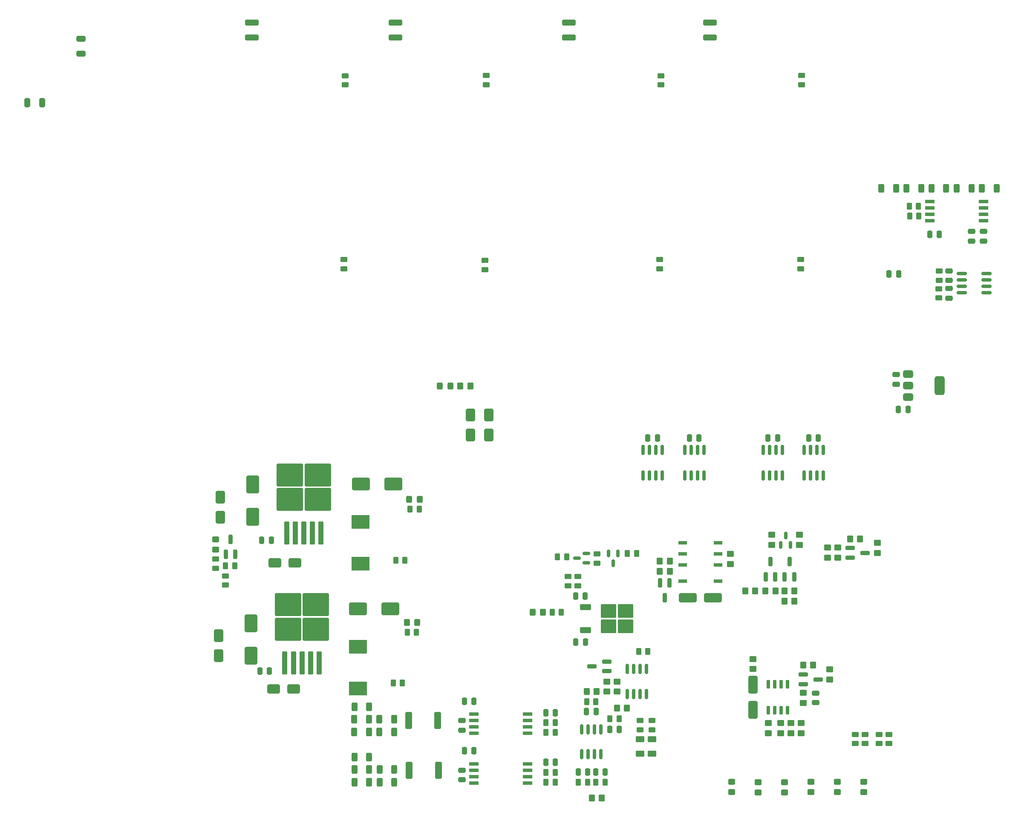
<source format=gtp>
%TF.GenerationSoftware,KiCad,Pcbnew,9.0.2*%
%TF.CreationDate,2026-01-04T16:23:37+07:00*%
%TF.ProjectId,Controller48V,436f6e74-726f-46c6-9c65-723438562e6b,rev?*%
%TF.SameCoordinates,Original*%
%TF.FileFunction,Paste,Top*%
%TF.FilePolarity,Positive*%
%FSLAX46Y46*%
G04 Gerber Fmt 4.6, Leading zero omitted, Abs format (unit mm)*
G04 Created by KiCad (PCBNEW 9.0.2) date 2026-01-04 16:23:37*
%MOMM*%
%LPD*%
G01*
G04 APERTURE LIST*
G04 Aperture macros list*
%AMRoundRect*
0 Rectangle with rounded corners*
0 $1 Rounding radius*
0 $2 $3 $4 $5 $6 $7 $8 $9 X,Y pos of 4 corners*
0 Add a 4 corners polygon primitive as box body*
4,1,4,$2,$3,$4,$5,$6,$7,$8,$9,$2,$3,0*
0 Add four circle primitives for the rounded corners*
1,1,$1+$1,$2,$3*
1,1,$1+$1,$4,$5*
1,1,$1+$1,$6,$7*
1,1,$1+$1,$8,$9*
0 Add four rect primitives between the rounded corners*
20,1,$1+$1,$2,$3,$4,$5,0*
20,1,$1+$1,$4,$5,$6,$7,0*
20,1,$1+$1,$6,$7,$8,$9,0*
20,1,$1+$1,$8,$9,$2,$3,0*%
G04 Aperture macros list end*
%ADD10RoundRect,0.250000X0.350000X0.450000X-0.350000X0.450000X-0.350000X-0.450000X0.350000X-0.450000X0*%
%ADD11RoundRect,0.250000X-0.450000X0.350000X-0.450000X-0.350000X0.450000X-0.350000X0.450000X0.350000X0*%
%ADD12RoundRect,0.250000X-0.312500X-0.625000X0.312500X-0.625000X0.312500X0.625000X-0.312500X0.625000X0*%
%ADD13RoundRect,0.250000X1.000000X0.650000X-1.000000X0.650000X-1.000000X-0.650000X1.000000X-0.650000X0*%
%ADD14R,1.905000X0.640000*%
%ADD15RoundRect,0.250000X-0.325000X-0.450000X0.325000X-0.450000X0.325000X0.450000X-0.325000X0.450000X0*%
%ADD16RoundRect,0.250000X0.450000X-0.262500X0.450000X0.262500X-0.450000X0.262500X-0.450000X-0.262500X0*%
%ADD17RoundRect,0.250000X-0.262500X-0.450000X0.262500X-0.450000X0.262500X0.450000X-0.262500X0.450000X0*%
%ADD18RoundRect,0.150000X0.150000X-0.825000X0.150000X0.825000X-0.150000X0.825000X-0.150000X-0.825000X0*%
%ADD19RoundRect,0.250000X0.450000X-0.350000X0.450000X0.350000X-0.450000X0.350000X-0.450000X-0.350000X0*%
%ADD20R,3.600000X2.700000*%
%ADD21RoundRect,0.250000X0.475000X-0.250000X0.475000X0.250000X-0.475000X0.250000X-0.475000X-0.250000X0*%
%ADD22RoundRect,0.250000X-1.275000X-1.125000X1.275000X-1.125000X1.275000X1.125000X-1.275000X1.125000X0*%
%ADD23RoundRect,0.250000X-0.850000X-0.350000X0.850000X-0.350000X0.850000X0.350000X-0.850000X0.350000X0*%
%ADD24RoundRect,0.250000X-1.500000X-1.000000X1.500000X-1.000000X1.500000X1.000000X-1.500000X1.000000X0*%
%ADD25RoundRect,0.250000X-0.450000X0.262500X-0.450000X-0.262500X0.450000X-0.262500X0.450000X0.262500X0*%
%ADD26RoundRect,0.250000X1.500000X0.650000X-1.500000X0.650000X-1.500000X-0.650000X1.500000X-0.650000X0*%
%ADD27RoundRect,0.250000X0.250000X0.475000X-0.250000X0.475000X-0.250000X-0.475000X0.250000X-0.475000X0*%
%ADD28RoundRect,0.200000X-0.750000X-0.200000X0.750000X-0.200000X0.750000X0.200000X-0.750000X0.200000X0*%
%ADD29RoundRect,0.250000X-0.250000X-0.475000X0.250000X-0.475000X0.250000X0.475000X-0.250000X0.475000X0*%
%ADD30R,1.800000X0.800000*%
%ADD31RoundRect,0.250000X0.262500X0.450000X-0.262500X0.450000X-0.262500X-0.450000X0.262500X-0.450000X0*%
%ADD32RoundRect,0.250000X0.450000X-0.325000X0.450000X0.325000X-0.450000X0.325000X-0.450000X-0.325000X0*%
%ADD33RoundRect,0.250000X-0.650000X1.000000X-0.650000X-1.000000X0.650000X-1.000000X0.650000X1.000000X0*%
%ADD34RoundRect,0.250000X-0.650000X0.325000X-0.650000X-0.325000X0.650000X-0.325000X0.650000X0.325000X0*%
%ADD35RoundRect,0.150000X0.587500X0.150000X-0.587500X0.150000X-0.587500X-0.150000X0.587500X-0.150000X0*%
%ADD36RoundRect,0.250000X0.425000X1.425000X-0.425000X1.425000X-0.425000X-1.425000X0.425000X-1.425000X0*%
%ADD37RoundRect,0.250000X-0.475000X0.250000X-0.475000X-0.250000X0.475000X-0.250000X0.475000X0.250000X0*%
%ADD38RoundRect,0.250000X-0.350000X-0.450000X0.350000X-0.450000X0.350000X0.450000X-0.350000X0.450000X0*%
%ADD39RoundRect,0.250000X0.650000X-1.500000X0.650000X1.500000X-0.650000X1.500000X-0.650000X-1.500000X0*%
%ADD40RoundRect,0.250000X2.375000X-2.025000X2.375000X2.025000X-2.375000X2.025000X-2.375000X-2.025000X0*%
%ADD41RoundRect,0.250000X0.300000X-2.050000X0.300000X2.050000X-0.300000X2.050000X-0.300000X-2.050000X0*%
%ADD42RoundRect,0.375000X-0.625000X-0.375000X0.625000X-0.375000X0.625000X0.375000X-0.625000X0.375000X0*%
%ADD43RoundRect,0.500000X-0.500000X-1.400000X0.500000X-1.400000X0.500000X1.400000X-0.500000X1.400000X0*%
%ADD44RoundRect,0.250000X-0.625000X0.375000X-0.625000X-0.375000X0.625000X-0.375000X0.625000X0.375000X0*%
%ADD45RoundRect,0.162500X0.162500X-0.825000X0.162500X0.825000X-0.162500X0.825000X-0.162500X-0.825000X0*%
%ADD46RoundRect,0.200000X0.200000X-0.750000X0.200000X0.750000X-0.200000X0.750000X-0.200000X-0.750000X0*%
%ADD47RoundRect,0.200000X0.750000X0.200000X-0.750000X0.200000X-0.750000X-0.200000X0.750000X-0.200000X0*%
%ADD48RoundRect,0.250000X1.100000X-0.325000X1.100000X0.325000X-1.100000X0.325000X-1.100000X-0.325000X0*%
%ADD49RoundRect,0.250000X0.312500X0.625000X-0.312500X0.625000X-0.312500X-0.625000X0.312500X-0.625000X0*%
%ADD50RoundRect,0.250000X-0.450000X0.325000X-0.450000X-0.325000X0.450000X-0.325000X0.450000X0.325000X0*%
%ADD51RoundRect,0.250000X0.650000X-1.000000X0.650000X1.000000X-0.650000X1.000000X-0.650000X-1.000000X0*%
%ADD52RoundRect,0.250000X1.000000X-1.500000X1.000000X1.500000X-1.000000X1.500000X-1.000000X-1.500000X0*%
%ADD53RoundRect,0.250000X-0.325000X-0.650000X0.325000X-0.650000X0.325000X0.650000X-0.325000X0.650000X0*%
%ADD54RoundRect,0.150000X0.150000X-0.725000X0.150000X0.725000X-0.150000X0.725000X-0.150000X-0.725000X0*%
%ADD55RoundRect,0.150000X0.150000X-0.587500X0.150000X0.587500X-0.150000X0.587500X-0.150000X-0.587500X0*%
%ADD56RoundRect,0.150000X-0.150000X0.587500X-0.150000X-0.587500X0.150000X-0.587500X0.150000X0.587500X0*%
%ADD57RoundRect,0.200000X-0.200000X0.750000X-0.200000X-0.750000X0.200000X-0.750000X0.200000X0.750000X0*%
%ADD58RoundRect,0.150000X-0.825000X-0.150000X0.825000X-0.150000X0.825000X0.150000X-0.825000X0.150000X0*%
G04 APERTURE END LIST*
D10*
%TO.C,R61*%
X215365929Y-139246915D03*
X213365929Y-139246915D03*
%TD*%
D11*
%TO.C,R66*%
X267073857Y-172631192D03*
X267073857Y-174631192D03*
%TD*%
D12*
%TO.C,R42*%
X197325000Y-208000000D03*
X200250000Y-208000000D03*
%TD*%
D13*
%TO.C,D14*%
X180273857Y-199479922D03*
X176273857Y-199479922D03*
%TD*%
D14*
%TO.C,U18*%
X216070744Y-204482927D03*
X216070744Y-205752927D03*
X216070744Y-207022927D03*
X216070744Y-208292927D03*
X226765744Y-208292927D03*
X226765744Y-207022927D03*
X226765744Y-205752927D03*
X226765744Y-204482927D03*
%TD*%
D15*
%TO.C,D16*%
X202773857Y-186229922D03*
X204823857Y-186229922D03*
%TD*%
D12*
%TO.C,R38*%
X192362500Y-218000000D03*
X195287500Y-218000000D03*
%TD*%
D16*
%TO.C,R18*%
X190283533Y-115947723D03*
X190283533Y-114122723D03*
%TD*%
D17*
%TO.C,R102*%
X236843722Y-217983279D03*
X238668722Y-217983279D03*
%TD*%
D18*
%TO.C,U9*%
X246595000Y-200475000D03*
X247865000Y-200475000D03*
X249135000Y-200475000D03*
X250405000Y-200475000D03*
X250405000Y-195525000D03*
X249135000Y-195525000D03*
X247865000Y-195525000D03*
X246595000Y-195525000D03*
%TD*%
D19*
%TO.C,R62*%
X281073857Y-208278669D03*
X281073857Y-206278669D03*
%TD*%
D16*
%TO.C,R10*%
X281033533Y-115947723D03*
X281033533Y-114122723D03*
%TD*%
D12*
%TO.C,R43*%
X197325000Y-205500000D03*
X200250000Y-205500000D03*
%TD*%
D20*
%TO.C,L1*%
X193550000Y-174575000D03*
X193550000Y-166275000D03*
%TD*%
D12*
%TO.C,R33*%
X192362500Y-203000000D03*
X195287500Y-203000000D03*
%TD*%
D19*
%TO.C,R55*%
X286806883Y-197583469D03*
X286806883Y-195583469D03*
%TD*%
D21*
%TO.C,C59*%
X310475000Y-121815000D03*
X310475000Y-119915000D03*
%TD*%
D22*
%TO.C,U13*%
X242875000Y-184005000D03*
X242875000Y-187055000D03*
X246225000Y-184005000D03*
X246225000Y-187055000D03*
D23*
X238250000Y-183250000D03*
X238250000Y-187810000D03*
%TD*%
D14*
%TO.C,U21*%
X317347500Y-106405000D03*
X317347500Y-105135000D03*
X317347500Y-103865000D03*
X317347500Y-102595000D03*
X306652500Y-102595000D03*
X306652500Y-103865000D03*
X306652500Y-105135000D03*
X306652500Y-106405000D03*
%TD*%
D11*
%TO.C,R60*%
X296250000Y-170425000D03*
X296250000Y-172425000D03*
%TD*%
D24*
%TO.C,C28*%
X193023857Y-183579922D03*
X199523857Y-183579922D03*
%TD*%
D25*
%TO.C,R49*%
X251500000Y-205750820D03*
X251500000Y-207575820D03*
%TD*%
D26*
%TO.C,D30*%
X263573857Y-181350000D03*
X258573857Y-181350000D03*
%TD*%
D27*
%TO.C,C67*%
X216086187Y-211766366D03*
X214186187Y-211766366D03*
%TD*%
D16*
%TO.C,R24*%
X218283533Y-116147723D03*
X218283533Y-114322723D03*
%TD*%
D28*
%TO.C,Q10*%
X281500000Y-196628669D03*
X281500000Y-198528669D03*
X284500000Y-197578669D03*
%TD*%
D29*
%TO.C,C69*%
X236801962Y-215983278D03*
X238701962Y-215983278D03*
%TD*%
D30*
%TO.C,K3*%
X264573857Y-178050000D03*
X264573857Y-174850000D03*
X264573857Y-172650000D03*
X264573857Y-170450000D03*
X257573857Y-170450000D03*
X257573857Y-172650000D03*
X257573857Y-174850000D03*
X257573857Y-178050000D03*
%TD*%
D31*
%TO.C,R30*%
X250662500Y-192000000D03*
X248837500Y-192000000D03*
%TD*%
D32*
%TO.C,D18*%
X267323857Y-219975000D03*
X267323857Y-217925000D03*
%TD*%
D33*
%TO.C,D24*%
X219000000Y-145000000D03*
X219000000Y-149000000D03*
%TD*%
D34*
%TO.C,C25*%
X138014344Y-70309828D03*
X138014344Y-73259828D03*
%TD*%
D35*
%TO.C,Q17*%
X238437500Y-174450000D03*
X238437500Y-172550000D03*
X236562500Y-173500000D03*
%TD*%
D36*
%TO.C,F11*%
X209050000Y-215637068D03*
X203250000Y-215637068D03*
%TD*%
D37*
%TO.C,C55*%
X315000000Y-108550000D03*
X315000000Y-110450000D03*
%TD*%
D19*
%TO.C,R53*%
X271573857Y-195528669D03*
X271573857Y-193528669D03*
%TD*%
D31*
%TO.C,R36*%
X168575000Y-175000000D03*
X166750000Y-175000000D03*
%TD*%
D29*
%TO.C,C35*%
X236356002Y-190121656D03*
X238256002Y-190121656D03*
%TD*%
D38*
%TO.C,R64*%
X253000000Y-174034861D03*
X255000000Y-174034861D03*
%TD*%
D29*
%TO.C,C14*%
X274540000Y-149597780D03*
X276440000Y-149597780D03*
%TD*%
D25*
%TO.C,R79*%
X293823857Y-208500000D03*
X293823857Y-210325000D03*
%TD*%
D37*
%TO.C,C56*%
X317344152Y-108558393D03*
X317344152Y-110458393D03*
%TD*%
D16*
%TO.C,R52*%
X234750000Y-178961889D03*
X234750000Y-177136889D03*
%TD*%
D12*
%TO.C,R9*%
X312037500Y-100000000D03*
X314962500Y-100000000D03*
%TD*%
D31*
%TO.C,R99*%
X232241839Y-216053682D03*
X230416839Y-216053682D03*
%TD*%
D39*
%TO.C,D26*%
X271573857Y-203603669D03*
X271573857Y-198603669D03*
%TD*%
D32*
%TO.C,D25*%
X293573857Y-219975000D03*
X293573857Y-217925000D03*
%TD*%
D15*
%TO.C,D15*%
X203235000Y-161775000D03*
X205285000Y-161775000D03*
%TD*%
D31*
%TO.C,R100*%
X232241839Y-218016743D03*
X230416839Y-218016743D03*
%TD*%
D40*
%TO.C,U4*%
X179525000Y-161775000D03*
X185075000Y-161775000D03*
X179525000Y-156925000D03*
X185075000Y-156925000D03*
D41*
X178900000Y-168500000D03*
X180600000Y-168500000D03*
X182300000Y-168500000D03*
X184000000Y-168500000D03*
X185700000Y-168500000D03*
%TD*%
D42*
%TO.C,U3*%
X302350000Y-136908841D03*
X302350000Y-139208841D03*
D43*
X308650000Y-139208841D03*
D42*
X302350000Y-141508841D03*
%TD*%
D24*
%TO.C,C27*%
X193600000Y-158775000D03*
X200100000Y-158775000D03*
%TD*%
D31*
%TO.C,R50*%
X234500000Y-173237371D03*
X232675000Y-173237371D03*
%TD*%
D27*
%TO.C,C70*%
X242158823Y-215982667D03*
X240258823Y-215982667D03*
%TD*%
D32*
%TO.C,D29*%
X277823857Y-220025000D03*
X277823857Y-217975000D03*
%TD*%
D31*
%TO.C,R95*%
X232242085Y-208121877D03*
X230417085Y-208121877D03*
%TD*%
D12*
%TO.C,R40*%
X197362500Y-218000000D03*
X200287500Y-218000000D03*
%TD*%
D44*
%TO.C,D1*%
X251500000Y-209500001D03*
X251500000Y-212300001D03*
%TD*%
D17*
%TO.C,R92*%
X246580034Y-172584982D03*
X248405034Y-172584982D03*
%TD*%
D45*
%TO.C,U2*%
X249687099Y-157037500D03*
X250957099Y-157037500D03*
X252227099Y-157037500D03*
X253497099Y-157037500D03*
X253497099Y-151962500D03*
X252227099Y-151962500D03*
X250957099Y-151962500D03*
X249687099Y-151962500D03*
%TD*%
D25*
%TO.C,R76*%
X296573857Y-208500000D03*
X296573857Y-210325000D03*
%TD*%
D38*
%TO.C,R59*%
X290823857Y-169625000D03*
X292823857Y-169625000D03*
%TD*%
D12*
%TO.C,R1*%
X297037500Y-100000000D03*
X299962500Y-100000000D03*
%TD*%
D17*
%TO.C,R28*%
X202861357Y-188201253D03*
X204686357Y-188201253D03*
%TD*%
D44*
%TO.C,D2*%
X249135000Y-209500000D03*
X249135000Y-212300000D03*
%TD*%
D18*
%TO.C,U25*%
X237500000Y-212450000D03*
X238770000Y-212450000D03*
X240040000Y-212450000D03*
X241310000Y-212450000D03*
X241310000Y-207500000D03*
X240040000Y-207500000D03*
X238770000Y-207500000D03*
X237500000Y-207500000D03*
%TD*%
D16*
%TO.C,R8*%
X281217482Y-79387891D03*
X281217482Y-77562891D03*
%TD*%
D25*
%TO.C,R48*%
X249135000Y-205750820D03*
X249135000Y-207575820D03*
%TD*%
D38*
%TO.C,R46*%
X239500000Y-221130745D03*
X241500000Y-221130745D03*
%TD*%
D29*
%TO.C,C15*%
X282630000Y-149597780D03*
X284530000Y-149597780D03*
%TD*%
D31*
%TO.C,R96*%
X244920768Y-205421424D03*
X243095768Y-205421424D03*
%TD*%
D29*
%TO.C,C13*%
X250635000Y-149597780D03*
X252535000Y-149597780D03*
%TD*%
D46*
%TO.C,Q9*%
X166800000Y-172750000D03*
X168700000Y-172750000D03*
X167750000Y-169750000D03*
%TD*%
D15*
%TO.C,D27*%
X209340929Y-139246915D03*
X211390929Y-139246915D03*
%TD*%
D19*
%TO.C,R57*%
X288373857Y-173375000D03*
X288373857Y-171375000D03*
%TD*%
D47*
%TO.C,Q16*%
X242500000Y-195950000D03*
X242500000Y-194050000D03*
X239500000Y-195000000D03*
%TD*%
D36*
%TO.C,F2*%
X208900000Y-205750000D03*
X203100000Y-205750000D03*
%TD*%
D19*
%TO.C,R74*%
X280723857Y-170857500D03*
X280723857Y-168857500D03*
%TD*%
D31*
%TO.C,R26*%
X201873044Y-198290524D03*
X200048044Y-198290524D03*
%TD*%
D16*
%TO.C,R80*%
X291823857Y-210325000D03*
X291823857Y-208500000D03*
%TD*%
D46*
%TO.C,Q14*%
X277825000Y-177175000D03*
X279725000Y-177175000D03*
X278775000Y-174175000D03*
%TD*%
D25*
%TO.C,R44*%
X164750000Y-173670335D03*
X164750000Y-175495335D03*
%TD*%
D16*
%TO.C,R2*%
X253217482Y-79437891D03*
X253217482Y-77612891D03*
%TD*%
D37*
%TO.C,C51*%
X213700967Y-205757734D03*
X213700967Y-207657734D03*
%TD*%
D48*
%TO.C,C3*%
X200500000Y-69975000D03*
X200500000Y-67025000D03*
%TD*%
D29*
%TO.C,C34*%
X236300000Y-181000000D03*
X238200000Y-181000000D03*
%TD*%
D45*
%TO.C,U10*%
X257967099Y-157037500D03*
X259237099Y-157037500D03*
X260507099Y-157037500D03*
X261777099Y-157037500D03*
X261777099Y-151962500D03*
X260507099Y-151962500D03*
X259237099Y-151962500D03*
X257967099Y-151962500D03*
%TD*%
D37*
%TO.C,C66*%
X213697500Y-215644203D03*
X213697500Y-217544203D03*
%TD*%
D10*
%TO.C,R70*%
X272000000Y-180000000D03*
X270000000Y-180000000D03*
%TD*%
D20*
%TO.C,L2*%
X193023857Y-199379922D03*
X193023857Y-191079922D03*
%TD*%
D37*
%TO.C,C17*%
X300000000Y-137008841D03*
X300000000Y-138908841D03*
%TD*%
D48*
%TO.C,C10*%
X263000000Y-69975000D03*
X263000000Y-67025000D03*
%TD*%
D11*
%TO.C,R72*%
X275223857Y-168857500D03*
X275223857Y-170857500D03*
%TD*%
D10*
%TO.C,R69*%
X279773857Y-180000000D03*
X277773857Y-180000000D03*
%TD*%
D11*
%TO.C,R73*%
X274573857Y-206278669D03*
X274573857Y-208278669D03*
%TD*%
D12*
%TO.C,R7*%
X307000000Y-100000000D03*
X309925000Y-100000000D03*
%TD*%
D49*
%TO.C,R15*%
X319962500Y-100000000D03*
X317037500Y-100000000D03*
%TD*%
D27*
%TO.C,C68*%
X232279339Y-214064250D03*
X230379339Y-214064250D03*
%TD*%
D50*
%TO.C,D3*%
X164750000Y-169750000D03*
X164750000Y-171800000D03*
%TD*%
D16*
%TO.C,R37*%
X166750000Y-178825000D03*
X166750000Y-177000000D03*
%TD*%
D51*
%TO.C,D12*%
X165323857Y-192904998D03*
X165323857Y-188904998D03*
%TD*%
D29*
%TO.C,C73*%
X238462500Y-203986009D03*
X240362500Y-203986009D03*
%TD*%
D27*
%TO.C,C57*%
X308549536Y-109135000D03*
X306649536Y-109135000D03*
%TD*%
D38*
%TO.C,R71*%
X277773857Y-182000000D03*
X279773857Y-182000000D03*
%TD*%
D17*
%TO.C,R97*%
X238500000Y-202000000D03*
X240325000Y-202000000D03*
%TD*%
D16*
%TO.C,R16*%
X218500000Y-79391169D03*
X218500000Y-77566169D03*
%TD*%
D19*
%TO.C,R65*%
X277073857Y-208278669D03*
X277073857Y-206278669D03*
%TD*%
D27*
%TO.C,C45*%
X300450000Y-117000000D03*
X298550000Y-117000000D03*
%TD*%
D12*
%TO.C,R39*%
X192325000Y-208000000D03*
X195250000Y-208000000D03*
%TD*%
D38*
%TO.C,R67*%
X253000000Y-176129561D03*
X255000000Y-176129561D03*
%TD*%
D45*
%TO.C,U12*%
X273585000Y-157037500D03*
X274855000Y-157037500D03*
X276125000Y-157037500D03*
X277395000Y-157037500D03*
X277395000Y-151962500D03*
X276125000Y-151962500D03*
X274855000Y-151962500D03*
X273585000Y-151962500D03*
%TD*%
D37*
%TO.C,C58*%
X310475000Y-116415000D03*
X310475000Y-118315000D03*
%TD*%
D51*
%TO.C,D11*%
X165670969Y-165333753D03*
X165670969Y-161333753D03*
%TD*%
D16*
%TO.C,R87*%
X308475000Y-121777500D03*
X308475000Y-119952500D03*
%TD*%
D27*
%TO.C,C24*%
X175473857Y-195904922D03*
X173573857Y-195904922D03*
%TD*%
D16*
%TO.C,R51*%
X236750000Y-178961889D03*
X236750000Y-177136889D03*
%TD*%
D52*
%TO.C,C22*%
X171773857Y-192904922D03*
X171773857Y-186404922D03*
%TD*%
D27*
%TO.C,C71*%
X232283176Y-204175567D03*
X230383176Y-204175567D03*
%TD*%
D19*
%TO.C,R56*%
X286373857Y-173375000D03*
X286373857Y-171375000D03*
%TD*%
D53*
%TO.C,C26*%
X127348857Y-83000000D03*
X130298857Y-83000000D03*
%TD*%
D45*
%TO.C,U7*%
X281675000Y-157037500D03*
X282945000Y-157037500D03*
X284215000Y-157037500D03*
X285485000Y-157037500D03*
X285485000Y-151962500D03*
X284215000Y-151962500D03*
X282945000Y-151962500D03*
X281675000Y-151962500D03*
%TD*%
D37*
%TO.C,C40*%
X284000000Y-200300000D03*
X284000000Y-202200000D03*
%TD*%
D25*
%TO.C,R23*%
X308525000Y-116452500D03*
X308525000Y-118277500D03*
%TD*%
D12*
%TO.C,R41*%
X197362500Y-215500000D03*
X200287500Y-215500000D03*
%TD*%
D16*
%TO.C,R4*%
X253033533Y-115947723D03*
X253033533Y-114122723D03*
%TD*%
D33*
%TO.C,D23*%
X215361621Y-144996476D03*
X215361621Y-148996476D03*
%TD*%
D12*
%TO.C,R3*%
X302037500Y-100000000D03*
X304962500Y-100000000D03*
%TD*%
D54*
%TO.C,U14*%
X274573857Y-203678669D03*
X275843857Y-203678669D03*
X277113857Y-203678669D03*
X278383857Y-203678669D03*
X278383857Y-198528669D03*
X277113857Y-198528669D03*
X275843857Y-198528669D03*
X274573857Y-198528669D03*
%TD*%
D14*
%TO.C,U24*%
X216072073Y-214361366D03*
X216072073Y-215631366D03*
X216072073Y-216901366D03*
X216072073Y-218171366D03*
X226767073Y-218171366D03*
X226767073Y-216901366D03*
X226767073Y-215631366D03*
X226767073Y-214361366D03*
%TD*%
D31*
%TO.C,R101*%
X242114963Y-217983279D03*
X240289963Y-217983279D03*
%TD*%
D32*
%TO.C,D31*%
X283073857Y-219975000D03*
X283073857Y-217925000D03*
%TD*%
D31*
%TO.C,R29*%
X233447102Y-184237030D03*
X231622102Y-184237030D03*
%TD*%
D38*
%TO.C,R45*%
X238500000Y-200000000D03*
X240500000Y-200000000D03*
%TD*%
D32*
%TO.C,D22*%
X272573857Y-220025000D03*
X272573857Y-217975000D03*
%TD*%
D48*
%TO.C,C6*%
X235000000Y-69975000D03*
X235000000Y-67025000D03*
%TD*%
D55*
%TO.C,Q15*%
X277073857Y-170875000D03*
X278973857Y-170875000D03*
X278023857Y-169000000D03*
%TD*%
D16*
%TO.C,R75*%
X298573857Y-210325000D03*
X298573857Y-208500000D03*
%TD*%
D31*
%TO.C,R25*%
X202375000Y-173925000D03*
X200550000Y-173925000D03*
%TD*%
D56*
%TO.C,Q18*%
X244699289Y-172586048D03*
X242799289Y-172586048D03*
X243749289Y-174461048D03*
%TD*%
D17*
%TO.C,R27*%
X203387500Y-163730000D03*
X205212500Y-163730000D03*
%TD*%
D48*
%TO.C,C7*%
X172000000Y-69975000D03*
X172000000Y-67025000D03*
%TD*%
D57*
%TO.C,Q12*%
X254950000Y-178379561D03*
X253050000Y-178379561D03*
X254000000Y-181379561D03*
%TD*%
D58*
%TO.C,U20*%
X313000000Y-116960000D03*
X313000000Y-118230000D03*
X313000000Y-119500000D03*
X313000000Y-120770000D03*
X317950000Y-120770000D03*
X317950000Y-119500000D03*
X317950000Y-118230000D03*
X317950000Y-116960000D03*
%TD*%
D27*
%TO.C,C52*%
X216078926Y-201884841D03*
X214178926Y-201884841D03*
%TD*%
D38*
%TO.C,R54*%
X281500000Y-194750000D03*
X283500000Y-194750000D03*
%TD*%
D28*
%TO.C,Q11*%
X290823857Y-171475000D03*
X290823857Y-173375000D03*
X293823857Y-172425000D03*
%TD*%
D11*
%TO.C,R104*%
X242500000Y-198000000D03*
X242500000Y-200000000D03*
%TD*%
D10*
%TO.C,R68*%
X276023857Y-180000000D03*
X274023857Y-180000000D03*
%TD*%
D40*
%TO.C,U5*%
X179148857Y-187579922D03*
X184698857Y-187579922D03*
X179148857Y-182729922D03*
X184698857Y-182729922D03*
D41*
X178523857Y-194304922D03*
X180223857Y-194304922D03*
X181923857Y-194304922D03*
X183623857Y-194304922D03*
X185323857Y-194304922D03*
%TD*%
D32*
%TO.C,D28*%
X288323857Y-219975000D03*
X288323857Y-217925000D03*
%TD*%
D17*
%TO.C,R21*%
X302587500Y-103500000D03*
X304412500Y-103500000D03*
%TD*%
D16*
%TO.C,R22*%
X190500000Y-79441169D03*
X190500000Y-77616169D03*
%TD*%
D27*
%TO.C,C72*%
X244958268Y-207506978D03*
X243058268Y-207506978D03*
%TD*%
D16*
%TO.C,R47*%
X240515580Y-174455021D03*
X240515580Y-172630021D03*
%TD*%
D52*
%TO.C,C21*%
X172100000Y-165300000D03*
X172100000Y-158800000D03*
%TD*%
D49*
%TO.C,R35*%
X195250000Y-205500000D03*
X192325000Y-205500000D03*
%TD*%
D19*
%TO.C,R103*%
X244500000Y-200000000D03*
X244500000Y-198000000D03*
%TD*%
D13*
%TO.C,D13*%
X180550000Y-174425000D03*
X176550000Y-174425000D03*
%TD*%
D38*
%TO.C,R93*%
X244500000Y-203250000D03*
X246500000Y-203250000D03*
%TD*%
D11*
%TO.C,R63*%
X279073857Y-206278669D03*
X279073857Y-208278669D03*
%TD*%
D29*
%TO.C,C18*%
X258915000Y-149597780D03*
X260815000Y-149597780D03*
%TD*%
D19*
%TO.C,R58*%
X281508033Y-202250000D03*
X281508033Y-200250000D03*
%TD*%
D17*
%TO.C,R17*%
X302675000Y-105500000D03*
X304500000Y-105500000D03*
%TD*%
D46*
%TO.C,Q13*%
X274050000Y-177175000D03*
X275950000Y-177175000D03*
X275000000Y-174175000D03*
%TD*%
D31*
%TO.C,R94*%
X232245676Y-206164815D03*
X230420676Y-206164815D03*
%TD*%
D29*
%TO.C,C16*%
X300446593Y-143958840D03*
X302346593Y-143958840D03*
%TD*%
D15*
%TO.C,D17*%
X227759602Y-184197030D03*
X229809602Y-184197030D03*
%TD*%
D27*
%TO.C,C23*%
X175850000Y-169925000D03*
X173950000Y-169925000D03*
%TD*%
D12*
%TO.C,R32*%
X192362500Y-213000000D03*
X195287500Y-213000000D03*
%TD*%
D49*
%TO.C,R34*%
X195287500Y-215500000D03*
X192362500Y-215500000D03*
%TD*%
M02*

</source>
